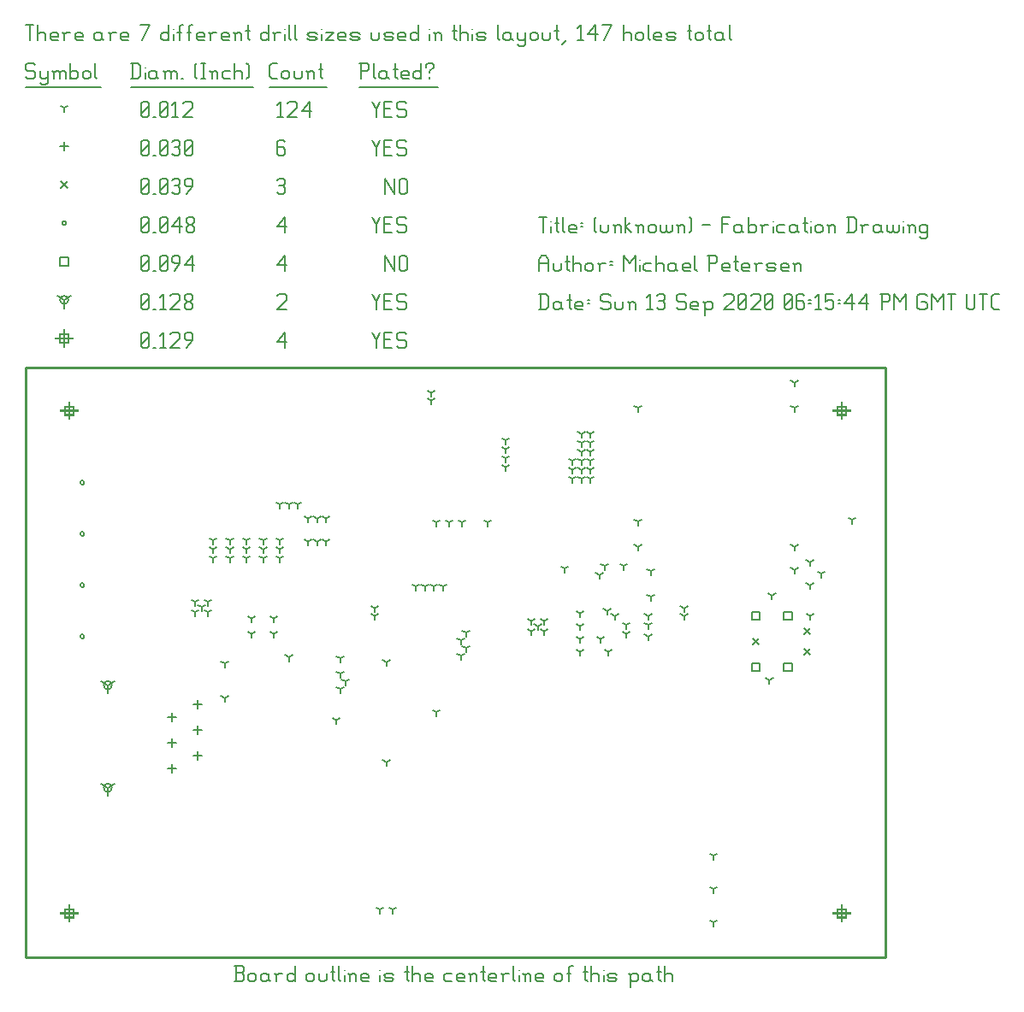
<source format=gbr>
G04 start of page 13 for group -3984 idx -3984 *
G04 Title: (unknown), fab *
G04 Creator: pcb 20140316 *
G04 CreationDate: Sun 13 Sep 2020 06:15:44 PM GMT UTC *
G04 For: railfan *
G04 Format: Gerber/RS-274X *
G04 PCB-Dimensions (mil): 3350.00 2300.00 *
G04 PCB-Coordinate-Origin: lower left *
%MOIN*%
%FSLAX25Y25*%
%LNFAB*%
%ADD120C,0.0100*%
%ADD119C,0.0075*%
%ADD118C,0.0060*%
%ADD117R,0.0080X0.0080*%
G54D117*X17000Y20200D02*Y13800D01*
X13800Y17000D02*X20200D01*
X15400Y18600D02*X18600D01*
X15400D02*Y15400D01*
X18600D01*
Y18600D02*Y15400D01*
X17000Y216200D02*Y209800D01*
X13800Y213000D02*X20200D01*
X15400Y214600D02*X18600D01*
X15400D02*Y211400D01*
X18600D01*
Y214600D02*Y211400D01*
X318000Y216200D02*Y209800D01*
X314800Y213000D02*X321200D01*
X316400Y214600D02*X319600D01*
X316400D02*Y211400D01*
X319600D01*
Y214600D02*Y211400D01*
X318000Y20200D02*Y13800D01*
X314800Y17000D02*X321200D01*
X316400Y18600D02*X319600D01*
X316400D02*Y15400D01*
X319600D01*
Y18600D02*Y15400D01*
X15000Y244450D02*Y238050D01*
X11800Y241250D02*X18200D01*
X13400Y242850D02*X16600D01*
X13400D02*Y239650D01*
X16600D01*
Y242850D02*Y239650D01*
G54D118*X135000Y243500D02*X136500Y240500D01*
X138000Y243500D01*
X136500Y240500D02*Y237500D01*
X139800Y240800D02*X142050D01*
X139800Y237500D02*X142800D01*
X139800Y243500D02*Y237500D01*
Y243500D02*X142800D01*
X147600D02*X148350Y242750D01*
X145350Y243500D02*X147600D01*
X144600Y242750D02*X145350Y243500D01*
X144600Y242750D02*Y241250D01*
X145350Y240500D01*
X147600D01*
X148350Y239750D01*
Y238250D01*
X147600Y237500D02*X148350Y238250D01*
X145350Y237500D02*X147600D01*
X144600Y238250D02*X145350Y237500D01*
X98000Y239750D02*X101000Y243500D01*
X98000Y239750D02*X101750D01*
X101000Y243500D02*Y237500D01*
X45000Y238250D02*X45750Y237500D01*
X45000Y242750D02*Y238250D01*
Y242750D02*X45750Y243500D01*
X47250D01*
X48000Y242750D01*
Y238250D01*
X47250Y237500D02*X48000Y238250D01*
X45750Y237500D02*X47250D01*
X45000Y239000D02*X48000Y242000D01*
X49800Y237500D02*X50550D01*
X52350Y242300D02*X53550Y243500D01*
Y237500D01*
X52350D02*X54600D01*
X56400Y242750D02*X57150Y243500D01*
X59400D01*
X60150Y242750D01*
Y241250D01*
X56400Y237500D02*X60150Y241250D01*
X56400Y237500D02*X60150D01*
X62700D02*X64950Y240500D01*
Y242750D02*Y240500D01*
X64200Y243500D02*X64950Y242750D01*
X62700Y243500D02*X64200D01*
X61950Y242750D02*X62700Y243500D01*
X61950Y242750D02*Y241250D01*
X62700Y240500D01*
X64950D01*
X32000Y106000D02*Y102800D01*
Y106000D02*X34773Y107600D01*
X32000Y106000D02*X29227Y107600D01*
X30400Y106000D02*G75*G03X33600Y106000I1600J0D01*G01*
G75*G03X30400Y106000I-1600J0D01*G01*
X32000Y66000D02*Y62800D01*
Y66000D02*X34773Y67600D01*
X32000Y66000D02*X29227Y67600D01*
X30400Y66000D02*G75*G03X33600Y66000I1600J0D01*G01*
G75*G03X30400Y66000I-1600J0D01*G01*
X15000Y256250D02*Y253050D01*
Y256250D02*X17773Y257850D01*
X15000Y256250D02*X12227Y257850D01*
X13400Y256250D02*G75*G03X16600Y256250I1600J0D01*G01*
G75*G03X13400Y256250I-1600J0D01*G01*
X135000Y258500D02*X136500Y255500D01*
X138000Y258500D01*
X136500Y255500D02*Y252500D01*
X139800Y255800D02*X142050D01*
X139800Y252500D02*X142800D01*
X139800Y258500D02*Y252500D01*
Y258500D02*X142800D01*
X147600D02*X148350Y257750D01*
X145350Y258500D02*X147600D01*
X144600Y257750D02*X145350Y258500D01*
X144600Y257750D02*Y256250D01*
X145350Y255500D01*
X147600D01*
X148350Y254750D01*
Y253250D01*
X147600Y252500D02*X148350Y253250D01*
X145350Y252500D02*X147600D01*
X144600Y253250D02*X145350Y252500D01*
X98000Y257750D02*X98750Y258500D01*
X101000D01*
X101750Y257750D01*
Y256250D01*
X98000Y252500D02*X101750Y256250D01*
X98000Y252500D02*X101750D01*
X45000Y253250D02*X45750Y252500D01*
X45000Y257750D02*Y253250D01*
Y257750D02*X45750Y258500D01*
X47250D01*
X48000Y257750D01*
Y253250D01*
X47250Y252500D02*X48000Y253250D01*
X45750Y252500D02*X47250D01*
X45000Y254000D02*X48000Y257000D01*
X49800Y252500D02*X50550D01*
X52350Y257300D02*X53550Y258500D01*
Y252500D01*
X52350D02*X54600D01*
X56400Y257750D02*X57150Y258500D01*
X59400D01*
X60150Y257750D01*
Y256250D01*
X56400Y252500D02*X60150Y256250D01*
X56400Y252500D02*X60150D01*
X61950Y253250D02*X62700Y252500D01*
X61950Y254450D02*Y253250D01*
Y254450D02*X63000Y255500D01*
X63900D01*
X64950Y254450D01*
Y253250D01*
X64200Y252500D02*X64950Y253250D01*
X62700Y252500D02*X64200D01*
X61950Y256550D02*X63000Y255500D01*
X61950Y257750D02*Y256550D01*
Y257750D02*X62700Y258500D01*
X64200D01*
X64950Y257750D01*
Y256550D01*
X63900Y255500D02*X64950Y256550D01*
X282900Y134600D02*X286100D01*
X282900D02*Y131400D01*
X286100D01*
Y134600D02*Y131400D01*
X295400Y134600D02*X298600D01*
X295400D02*Y131400D01*
X298600D01*
Y134600D02*Y131400D01*
X295400Y114600D02*X298600D01*
X295400D02*Y111400D01*
X298600D01*
Y114600D02*Y111400D01*
X282900Y114600D02*X286100D01*
X282900D02*Y111400D01*
X286100D01*
Y114600D02*Y111400D01*
X13400Y272850D02*X16600D01*
X13400D02*Y269650D01*
X16600D01*
Y272850D02*Y269650D01*
X140000Y273500D02*Y267500D01*
Y273500D02*X143750Y267500D01*
Y273500D02*Y267500D01*
X145550Y272750D02*Y268250D01*
Y272750D02*X146300Y273500D01*
X147800D01*
X148550Y272750D01*
Y268250D01*
X147800Y267500D02*X148550Y268250D01*
X146300Y267500D02*X147800D01*
X145550Y268250D02*X146300Y267500D01*
X98000Y269750D02*X101000Y273500D01*
X98000Y269750D02*X101750D01*
X101000Y273500D02*Y267500D01*
X45000Y268250D02*X45750Y267500D01*
X45000Y272750D02*Y268250D01*
Y272750D02*X45750Y273500D01*
X47250D01*
X48000Y272750D01*
Y268250D01*
X47250Y267500D02*X48000Y268250D01*
X45750Y267500D02*X47250D01*
X45000Y269000D02*X48000Y272000D01*
X49800Y267500D02*X50550D01*
X52350Y268250D02*X53100Y267500D01*
X52350Y272750D02*Y268250D01*
Y272750D02*X53100Y273500D01*
X54600D01*
X55350Y272750D01*
Y268250D01*
X54600Y267500D02*X55350Y268250D01*
X53100Y267500D02*X54600D01*
X52350Y269000D02*X55350Y272000D01*
X57900Y267500D02*X60150Y270500D01*
Y272750D02*Y270500D01*
X59400Y273500D02*X60150Y272750D01*
X57900Y273500D02*X59400D01*
X57150Y272750D02*X57900Y273500D01*
X57150Y272750D02*Y271250D01*
X57900Y270500D01*
X60150D01*
X61950Y269750D02*X64950Y273500D01*
X61950Y269750D02*X65700D01*
X64950Y273500D02*Y267500D01*
X21200Y145000D02*G75*G03X22800Y145000I800J0D01*G01*
G75*G03X21200Y145000I-800J0D01*G01*
Y125000D02*G75*G03X22800Y125000I800J0D01*G01*
G75*G03X21200Y125000I-800J0D01*G01*
Y185000D02*G75*G03X22800Y185000I800J0D01*G01*
G75*G03X21200Y185000I-800J0D01*G01*
Y165000D02*G75*G03X22800Y165000I800J0D01*G01*
G75*G03X21200Y165000I-800J0D01*G01*
X14200Y286250D02*G75*G03X15800Y286250I800J0D01*G01*
G75*G03X14200Y286250I-800J0D01*G01*
X135000Y288500D02*X136500Y285500D01*
X138000Y288500D01*
X136500Y285500D02*Y282500D01*
X139800Y285800D02*X142050D01*
X139800Y282500D02*X142800D01*
X139800Y288500D02*Y282500D01*
Y288500D02*X142800D01*
X147600D02*X148350Y287750D01*
X145350Y288500D02*X147600D01*
X144600Y287750D02*X145350Y288500D01*
X144600Y287750D02*Y286250D01*
X145350Y285500D01*
X147600D01*
X148350Y284750D01*
Y283250D01*
X147600Y282500D02*X148350Y283250D01*
X145350Y282500D02*X147600D01*
X144600Y283250D02*X145350Y282500D01*
X98000Y284750D02*X101000Y288500D01*
X98000Y284750D02*X101750D01*
X101000Y288500D02*Y282500D01*
X45000Y283250D02*X45750Y282500D01*
X45000Y287750D02*Y283250D01*
Y287750D02*X45750Y288500D01*
X47250D01*
X48000Y287750D01*
Y283250D01*
X47250Y282500D02*X48000Y283250D01*
X45750Y282500D02*X47250D01*
X45000Y284000D02*X48000Y287000D01*
X49800Y282500D02*X50550D01*
X52350Y283250D02*X53100Y282500D01*
X52350Y287750D02*Y283250D01*
Y287750D02*X53100Y288500D01*
X54600D01*
X55350Y287750D01*
Y283250D01*
X54600Y282500D02*X55350Y283250D01*
X53100Y282500D02*X54600D01*
X52350Y284000D02*X55350Y287000D01*
X57150Y284750D02*X60150Y288500D01*
X57150Y284750D02*X60900D01*
X60150Y288500D02*Y282500D01*
X62700Y283250D02*X63450Y282500D01*
X62700Y284450D02*Y283250D01*
Y284450D02*X63750Y285500D01*
X64650D01*
X65700Y284450D01*
Y283250D01*
X64950Y282500D02*X65700Y283250D01*
X63450Y282500D02*X64950D01*
X62700Y286550D02*X63750Y285500D01*
X62700Y287750D02*Y286550D01*
Y287750D02*X63450Y288500D01*
X64950D01*
X65700Y287750D01*
Y286550D01*
X64650Y285500D02*X65700Y286550D01*
X283300Y124200D02*X285700Y121800D01*
X283300D02*X285700Y124200D01*
X303300Y128200D02*X305700Y125800D01*
X303300D02*X305700Y128200D01*
X303300Y120200D02*X305700Y117800D01*
X303300D02*X305700Y120200D01*
X13800Y302450D02*X16200Y300050D01*
X13800D02*X16200Y302450D01*
X140000Y303500D02*Y297500D01*
Y303500D02*X143750Y297500D01*
Y303500D02*Y297500D01*
X145550Y302750D02*Y298250D01*
Y302750D02*X146300Y303500D01*
X147800D01*
X148550Y302750D01*
Y298250D01*
X147800Y297500D02*X148550Y298250D01*
X146300Y297500D02*X147800D01*
X145550Y298250D02*X146300Y297500D01*
X98000Y302750D02*X98750Y303500D01*
X100250D01*
X101000Y302750D01*
X100250Y297500D02*X101000Y298250D01*
X98750Y297500D02*X100250D01*
X98000Y298250D02*X98750Y297500D01*
Y300800D02*X100250D01*
X101000Y302750D02*Y301550D01*
Y300050D02*Y298250D01*
Y300050D02*X100250Y300800D01*
X101000Y301550D02*X100250Y300800D01*
X45000Y298250D02*X45750Y297500D01*
X45000Y302750D02*Y298250D01*
Y302750D02*X45750Y303500D01*
X47250D01*
X48000Y302750D01*
Y298250D01*
X47250Y297500D02*X48000Y298250D01*
X45750Y297500D02*X47250D01*
X45000Y299000D02*X48000Y302000D01*
X49800Y297500D02*X50550D01*
X52350Y298250D02*X53100Y297500D01*
X52350Y302750D02*Y298250D01*
Y302750D02*X53100Y303500D01*
X54600D01*
X55350Y302750D01*
Y298250D01*
X54600Y297500D02*X55350Y298250D01*
X53100Y297500D02*X54600D01*
X52350Y299000D02*X55350Y302000D01*
X57150Y302750D02*X57900Y303500D01*
X59400D01*
X60150Y302750D01*
X59400Y297500D02*X60150Y298250D01*
X57900Y297500D02*X59400D01*
X57150Y298250D02*X57900Y297500D01*
Y300800D02*X59400D01*
X60150Y302750D02*Y301550D01*
Y300050D02*Y298250D01*
Y300050D02*X59400Y300800D01*
X60150Y301550D02*X59400Y300800D01*
X62700Y297500D02*X64950Y300500D01*
Y302750D02*Y300500D01*
X64200Y303500D02*X64950Y302750D01*
X62700Y303500D02*X64200D01*
X61950Y302750D02*X62700Y303500D01*
X61950Y302750D02*Y301250D01*
X62700Y300500D01*
X64950D01*
X67000Y100100D02*Y96900D01*
X65400Y98500D02*X68600D01*
X57000Y95100D02*Y91900D01*
X55400Y93500D02*X58600D01*
X67000Y90100D02*Y86900D01*
X65400Y88500D02*X68600D01*
X57000Y85100D02*Y81900D01*
X55400Y83500D02*X58600D01*
X67000Y80100D02*Y76900D01*
X65400Y78500D02*X68600D01*
X57000Y75100D02*Y71900D01*
X55400Y73500D02*X58600D01*
X15000Y317850D02*Y314650D01*
X13400Y316250D02*X16600D01*
X135000Y318500D02*X136500Y315500D01*
X138000Y318500D01*
X136500Y315500D02*Y312500D01*
X139800Y315800D02*X142050D01*
X139800Y312500D02*X142800D01*
X139800Y318500D02*Y312500D01*
Y318500D02*X142800D01*
X147600D02*X148350Y317750D01*
X145350Y318500D02*X147600D01*
X144600Y317750D02*X145350Y318500D01*
X144600Y317750D02*Y316250D01*
X145350Y315500D01*
X147600D01*
X148350Y314750D01*
Y313250D01*
X147600Y312500D02*X148350Y313250D01*
X145350Y312500D02*X147600D01*
X144600Y313250D02*X145350Y312500D01*
X100250Y318500D02*X101000Y317750D01*
X98750Y318500D02*X100250D01*
X98000Y317750D02*X98750Y318500D01*
X98000Y317750D02*Y313250D01*
X98750Y312500D01*
X100250Y315800D02*X101000Y315050D01*
X98000Y315800D02*X100250D01*
X98750Y312500D02*X100250D01*
X101000Y313250D01*
Y315050D02*Y313250D01*
X45000D02*X45750Y312500D01*
X45000Y317750D02*Y313250D01*
Y317750D02*X45750Y318500D01*
X47250D01*
X48000Y317750D01*
Y313250D01*
X47250Y312500D02*X48000Y313250D01*
X45750Y312500D02*X47250D01*
X45000Y314000D02*X48000Y317000D01*
X49800Y312500D02*X50550D01*
X52350Y313250D02*X53100Y312500D01*
X52350Y317750D02*Y313250D01*
Y317750D02*X53100Y318500D01*
X54600D01*
X55350Y317750D01*
Y313250D01*
X54600Y312500D02*X55350Y313250D01*
X53100Y312500D02*X54600D01*
X52350Y314000D02*X55350Y317000D01*
X57150Y317750D02*X57900Y318500D01*
X59400D01*
X60150Y317750D01*
X59400Y312500D02*X60150Y313250D01*
X57900Y312500D02*X59400D01*
X57150Y313250D02*X57900Y312500D01*
Y315800D02*X59400D01*
X60150Y317750D02*Y316550D01*
Y315050D02*Y313250D01*
Y315050D02*X59400Y315800D01*
X60150Y316550D02*X59400Y315800D01*
X61950Y313250D02*X62700Y312500D01*
X61950Y317750D02*Y313250D01*
Y317750D02*X62700Y318500D01*
X64200D01*
X64950Y317750D01*
Y313250D01*
X64200Y312500D02*X64950Y313250D01*
X62700Y312500D02*X64200D01*
X61950Y314000D02*X64950Y317000D01*
X158000Y220000D02*Y218400D01*
Y220000D02*X159387Y220800D01*
X158000Y220000D02*X156613Y220800D01*
X158000Y217000D02*Y215400D01*
Y217000D02*X159387Y217800D01*
X158000Y217000D02*X156613Y217800D01*
X140500Y115000D02*Y113400D01*
Y115000D02*X141887Y115800D01*
X140500Y115000D02*X139113Y115800D01*
X121000Y92351D02*Y90751D01*
Y92351D02*X122387Y93151D01*
X121000Y92351D02*X119613Y93151D01*
X160000Y95500D02*Y93900D01*
Y95500D02*X161387Y96300D01*
X160000Y95500D02*X158613Y96300D01*
X140500Y76000D02*Y74400D01*
Y76000D02*X141887Y76800D01*
X140500Y76000D02*X139113Y76800D01*
X138000Y18500D02*Y16900D01*
Y18500D02*X139387Y19300D01*
X138000Y18500D02*X136613Y19300D01*
X143000Y18500D02*Y16900D01*
Y18500D02*X144387Y19300D01*
X143000Y18500D02*X141613Y19300D01*
X136000Y133000D02*Y131400D01*
Y133000D02*X137387Y133800D01*
X136000Y133000D02*X134613Y133800D01*
X136000Y136000D02*Y134400D01*
Y136000D02*X137387Y136800D01*
X136000Y136000D02*X134613Y136800D01*
X152000Y144500D02*Y142900D01*
Y144500D02*X153387Y145300D01*
X152000Y144500D02*X150613Y145300D01*
X155500Y144500D02*Y142900D01*
Y144500D02*X156887Y145300D01*
X155500Y144500D02*X154113Y145300D01*
X159000Y144500D02*Y142900D01*
Y144500D02*X160387Y145300D01*
X159000Y144500D02*X157613Y145300D01*
X162500Y144500D02*Y142900D01*
Y144500D02*X163887Y145300D01*
X162500Y144500D02*X161113Y145300D01*
X122500Y110500D02*Y108900D01*
Y110500D02*X123887Y111300D01*
X122500Y110500D02*X121113Y111300D01*
X124500Y107500D02*Y105900D01*
Y107500D02*X125887Y108300D01*
X124500Y107500D02*X123113Y108300D01*
X122500Y104500D02*Y102900D01*
Y104500D02*X123887Y105300D01*
X122500Y104500D02*X121113Y105300D01*
X122500Y116500D02*Y114900D01*
Y116500D02*X123887Y117300D01*
X122500Y116500D02*X121113Y117300D01*
X73000Y162500D02*Y160900D01*
Y162500D02*X74387Y163300D01*
X73000Y162500D02*X71613Y163300D01*
X73000Y159000D02*Y157400D01*
Y159000D02*X74387Y159800D01*
X73000Y159000D02*X71613Y159800D01*
X73000Y155500D02*Y153900D01*
Y155500D02*X74387Y156300D01*
X73000Y155500D02*X71613Y156300D01*
X77500Y114500D02*Y112900D01*
Y114500D02*X78887Y115300D01*
X77500Y114500D02*X76113Y115300D01*
X77500Y101000D02*Y99400D01*
Y101000D02*X78887Y101800D01*
X77500Y101000D02*X76113Y101800D01*
X88000Y126000D02*Y124400D01*
Y126000D02*X89387Y126800D01*
X88000Y126000D02*X86613Y126800D01*
X88000Y132000D02*Y130400D01*
Y132000D02*X89387Y132800D01*
X88000Y132000D02*X86613Y132800D01*
X96575Y132000D02*Y130400D01*
Y132000D02*X97962Y132800D01*
X96575Y132000D02*X95188Y132800D01*
X216000Y134000D02*Y132400D01*
Y134000D02*X217387Y134800D01*
X216000Y134000D02*X214613Y134800D01*
X216000Y129000D02*Y127400D01*
Y129000D02*X217387Y129800D01*
X216000Y129000D02*X214613Y129800D01*
X216000Y124000D02*Y122400D01*
Y124000D02*X217387Y124800D01*
X216000Y124000D02*X214613Y124800D01*
X216000Y119000D02*Y117400D01*
Y119000D02*X217387Y119800D01*
X216000Y119000D02*X214613Y119800D01*
X227000Y119000D02*Y117400D01*
Y119000D02*X228387Y119800D01*
X227000Y119000D02*X225613Y119800D01*
X224000Y124000D02*Y122400D01*
Y124000D02*X225387Y124800D01*
X224000Y124000D02*X222613Y124800D01*
X199500Y129000D02*Y127400D01*
Y129000D02*X200887Y129800D01*
X199500Y129000D02*X198113Y129800D01*
X202000Y131000D02*Y129400D01*
Y131000D02*X203387Y131800D01*
X202000Y131000D02*X200613Y131800D01*
X202000Y127000D02*Y125400D01*
Y127000D02*X203387Y127800D01*
X202000Y127000D02*X200613Y127800D01*
X197000Y127000D02*Y125400D01*
Y127000D02*X198387Y127800D01*
X197000Y127000D02*X195613Y127800D01*
X197000Y131000D02*Y129400D01*
Y131000D02*X198387Y131800D01*
X197000Y131000D02*X195613Y131800D01*
X68500Y136500D02*Y134900D01*
Y136500D02*X69887Y137300D01*
X68500Y136500D02*X67113Y137300D01*
X71000Y138500D02*Y136900D01*
Y138500D02*X72387Y139300D01*
X71000Y138500D02*X69613Y139300D01*
X71000Y134500D02*Y132900D01*
Y134500D02*X72387Y135300D01*
X71000Y134500D02*X69613Y135300D01*
X66000Y134500D02*Y132900D01*
Y134500D02*X67387Y135300D01*
X66000Y134500D02*X64613Y135300D01*
X66000Y138500D02*Y136900D01*
Y138500D02*X67387Y139300D01*
X66000Y138500D02*X64613Y139300D01*
X96575Y126000D02*Y124400D01*
Y126000D02*X97962Y126800D01*
X96575Y126000D02*X95188Y126800D01*
X169500Y117500D02*Y115900D01*
Y117500D02*X170887Y118300D01*
X169500Y117500D02*X168113Y118300D01*
X169500Y123500D02*Y121900D01*
Y123500D02*X170887Y124300D01*
X169500Y123500D02*X168113Y124300D01*
X171500Y120500D02*Y118900D01*
Y120500D02*X172887Y121300D01*
X171500Y120500D02*X170113Y121300D01*
X171500Y126500D02*Y124900D01*
Y126500D02*X172887Y127300D01*
X171500Y126500D02*X170113Y127300D01*
X160000Y169500D02*Y167900D01*
Y169500D02*X161387Y170300D01*
X160000Y169500D02*X158613Y170300D01*
X170000Y169500D02*Y167900D01*
Y169500D02*X171387Y170300D01*
X170000Y169500D02*X168613Y170300D01*
X180000Y169500D02*Y167900D01*
Y169500D02*X181387Y170300D01*
X180000Y169500D02*X178613Y170300D01*
X165000Y169500D02*Y167900D01*
Y169500D02*X166387Y170300D01*
X165000Y169500D02*X163613Y170300D01*
X187000Y201500D02*Y199900D01*
Y201500D02*X188387Y202300D01*
X187000Y201500D02*X185613Y202300D01*
X187000Y198000D02*Y196400D01*
Y198000D02*X188387Y198800D01*
X187000Y198000D02*X185613Y198800D01*
X187000Y194500D02*Y192900D01*
Y194500D02*X188387Y195300D01*
X187000Y194500D02*X185613Y195300D01*
X187000Y191000D02*Y189400D01*
Y191000D02*X188387Y191800D01*
X187000Y191000D02*X185613Y191800D01*
X268000Y13500D02*Y11900D01*
Y13500D02*X269387Y14300D01*
X268000Y13500D02*X266613Y14300D01*
X268000Y26500D02*Y24900D01*
Y26500D02*X269387Y27300D01*
X268000Y26500D02*X266613Y27300D01*
X268000Y39500D02*Y37900D01*
Y39500D02*X269387Y40300D01*
X268000Y39500D02*X266613Y40300D01*
X220000Y204000D02*Y202400D01*
Y204000D02*X221387Y204800D01*
X220000Y204000D02*X218613Y204800D01*
X216500Y204000D02*Y202400D01*
Y204000D02*X217887Y204800D01*
X216500Y204000D02*X215113Y204800D01*
X216500Y200500D02*Y198900D01*
Y200500D02*X217887Y201300D01*
X216500Y200500D02*X215113Y201300D01*
X220000Y200500D02*Y198900D01*
Y200500D02*X221387Y201300D01*
X220000Y200500D02*X218613Y201300D01*
X216500Y197000D02*Y195400D01*
Y197000D02*X217887Y197800D01*
X216500Y197000D02*X215113Y197800D01*
X220000Y197000D02*Y195400D01*
Y197000D02*X221387Y197800D01*
X220000Y197000D02*X218613Y197800D01*
X220000Y193500D02*Y191900D01*
Y193500D02*X221387Y194300D01*
X220000Y193500D02*X218613Y194300D01*
X216500Y193500D02*Y191900D01*
Y193500D02*X217887Y194300D01*
X216500Y193500D02*X215113Y194300D01*
X216500Y190000D02*Y188400D01*
Y190000D02*X217887Y190800D01*
X216500Y190000D02*X215113Y190800D01*
X220000Y190000D02*Y188400D01*
Y190000D02*X221387Y190800D01*
X220000Y190000D02*X218613Y190800D01*
X220000Y186500D02*Y184900D01*
Y186500D02*X221387Y187300D01*
X220000Y186500D02*X218613Y187300D01*
X216500Y186500D02*Y184900D01*
Y186500D02*X217887Y187300D01*
X216500Y186500D02*X215113Y187300D01*
X213000Y193500D02*Y191900D01*
Y193500D02*X214387Y194300D01*
X213000Y193500D02*X211613Y194300D01*
X213000Y190000D02*Y188400D01*
Y190000D02*X214387Y190800D01*
X213000Y190000D02*X211613Y190800D01*
X213000Y186500D02*Y184900D01*
Y186500D02*X214387Y187300D01*
X213000Y186500D02*X211613Y187300D01*
X238500Y169854D02*Y168254D01*
Y169854D02*X239887Y170654D01*
X238500Y169854D02*X237113Y170654D01*
X238500Y160012D02*Y158412D01*
Y160012D02*X239887Y160812D01*
X238500Y160012D02*X237113Y160812D01*
X238500Y214146D02*Y212546D01*
Y214146D02*X239887Y214946D01*
X238500Y214146D02*X237113Y214946D01*
X299500Y223988D02*Y222388D01*
Y223988D02*X300887Y224788D01*
X299500Y223988D02*X298113Y224788D01*
X299500Y214146D02*Y212546D01*
Y214146D02*X300887Y214946D01*
X299500Y214146D02*X298113Y214946D01*
X299500Y160012D02*Y158412D01*
Y160012D02*X300887Y160812D01*
X299500Y160012D02*X298113Y160812D01*
X305500Y154000D02*Y152400D01*
Y154000D02*X306887Y154800D01*
X305500Y154000D02*X304113Y154800D01*
X210000Y151500D02*Y149900D01*
Y151500D02*X211387Y152300D01*
X210000Y151500D02*X208613Y152300D01*
X234000Y129500D02*Y127900D01*
Y129500D02*X235387Y130300D01*
X234000Y129500D02*X232613Y130300D01*
X242500Y133000D02*Y131400D01*
Y133000D02*X243887Y133800D01*
X242500Y133000D02*X241113Y133800D01*
X242500Y129500D02*Y127900D01*
Y129500D02*X243887Y130300D01*
X242500Y129500D02*X241113Y130300D01*
X226500Y135000D02*Y133400D01*
Y135000D02*X227887Y135800D01*
X226500Y135000D02*X225113Y135800D01*
X223500Y149000D02*Y147400D01*
Y149000D02*X224887Y149800D01*
X223500Y149000D02*X222113Y149800D01*
X242500Y125000D02*Y123400D01*
Y125000D02*X243887Y125800D01*
X242500Y125000D02*X241113Y125800D01*
X243500Y140500D02*Y138900D01*
Y140500D02*X244887Y141300D01*
X243500Y140500D02*X242113Y141300D01*
X243500Y150500D02*Y148900D01*
Y150500D02*X244887Y151300D01*
X243500Y150500D02*X242113Y151300D01*
X322000Y170500D02*Y168900D01*
Y170500D02*X323387Y171300D01*
X322000Y170500D02*X320613Y171300D01*
X299500Y151000D02*Y149400D01*
Y151000D02*X300887Y151800D01*
X299500Y151000D02*X298113Y151800D01*
X310000Y149500D02*Y147900D01*
Y149500D02*X311387Y150300D01*
X310000Y149500D02*X308613Y150300D01*
X305500Y145000D02*Y143400D01*
Y145000D02*X306887Y145800D01*
X305500Y145000D02*X304113Y145800D01*
X305700Y133000D02*Y131400D01*
Y133000D02*X307087Y133800D01*
X305700Y133000D02*X304313Y133800D01*
X290800Y141000D02*Y139400D01*
Y141000D02*X292187Y141800D01*
X290800Y141000D02*X289413Y141800D01*
X225500Y152500D02*Y150900D01*
Y152500D02*X226887Y153300D01*
X225500Y152500D02*X224113Y153300D01*
X233000Y152500D02*Y150900D01*
Y152500D02*X234387Y153300D01*
X233000Y152500D02*X231613Y153300D01*
X229500Y133000D02*Y131400D01*
Y133000D02*X230887Y133800D01*
X229500Y133000D02*X228113Y133800D01*
X256500Y136000D02*Y134400D01*
Y136000D02*X257887Y136800D01*
X256500Y136000D02*X255113Y136800D01*
X256500Y133000D02*Y131400D01*
Y133000D02*X257887Y133800D01*
X256500Y133000D02*X255113Y133800D01*
X234000Y126000D02*Y124400D01*
Y126000D02*X235387Y126800D01*
X234000Y126000D02*X232613Y126800D01*
X289800Y108000D02*Y106400D01*
Y108000D02*X291187Y108800D01*
X289800Y108000D02*X288413Y108800D01*
X102500Y116925D02*Y115325D01*
Y116925D02*X103887Y117725D01*
X102500Y116925D02*X101113Y117725D01*
X79500Y162500D02*Y160900D01*
Y162500D02*X80887Y163300D01*
X79500Y162500D02*X78113Y163300D01*
X79500Y159000D02*Y157400D01*
Y159000D02*X80887Y159800D01*
X79500Y159000D02*X78113Y159800D01*
X79500Y155500D02*Y153900D01*
Y155500D02*X80887Y156300D01*
X79500Y155500D02*X78113Y156300D01*
X86000Y162500D02*Y160900D01*
Y162500D02*X87387Y163300D01*
X86000Y162500D02*X84613Y163300D01*
X86000Y159000D02*Y157400D01*
Y159000D02*X87387Y159800D01*
X86000Y159000D02*X84613Y159800D01*
X86000Y155500D02*Y153900D01*
Y155500D02*X87387Y156300D01*
X86000Y155500D02*X84613Y156300D01*
X92500Y162500D02*Y160900D01*
Y162500D02*X93887Y163300D01*
X92500Y162500D02*X91113Y163300D01*
X92500Y159000D02*Y157400D01*
Y159000D02*X93887Y159800D01*
X92500Y159000D02*X91113Y159800D01*
X92500Y155500D02*Y153900D01*
Y155500D02*X93887Y156300D01*
X92500Y155500D02*X91113Y156300D01*
X99000Y162500D02*Y160900D01*
Y162500D02*X100387Y163300D01*
X99000Y162500D02*X97613Y163300D01*
X99000Y159000D02*Y157400D01*
Y159000D02*X100387Y159800D01*
X99000Y159000D02*X97613Y159800D01*
X99000Y155500D02*Y153900D01*
Y155500D02*X100387Y156300D01*
X99000Y155500D02*X97613Y156300D01*
X110000Y171000D02*Y169400D01*
Y171000D02*X111387Y171800D01*
X110000Y171000D02*X108613Y171800D01*
X113500Y171000D02*Y169400D01*
Y171000D02*X114887Y171800D01*
X113500Y171000D02*X112113Y171800D01*
X117000Y171000D02*Y169400D01*
Y171000D02*X118387Y171800D01*
X117000Y171000D02*X115613Y171800D01*
X110000Y162000D02*Y160400D01*
Y162000D02*X111387Y162800D01*
X110000Y162000D02*X108613Y162800D01*
X113500Y162000D02*Y160400D01*
Y162000D02*X114887Y162800D01*
X113500Y162000D02*X112113Y162800D01*
X117000Y162000D02*Y160400D01*
Y162000D02*X118387Y162800D01*
X117000Y162000D02*X115613Y162800D01*
X99000Y176500D02*Y174900D01*
Y176500D02*X100387Y177300D01*
X99000Y176500D02*X97613Y177300D01*
X102500Y176500D02*Y174900D01*
Y176500D02*X103887Y177300D01*
X102500Y176500D02*X101113Y177300D01*
X106000Y176500D02*Y174900D01*
Y176500D02*X107387Y177300D01*
X106000Y176500D02*X104613Y177300D01*
X15000Y331250D02*Y329650D01*
Y331250D02*X16387Y332050D01*
X15000Y331250D02*X13613Y332050D01*
X135000Y333500D02*X136500Y330500D01*
X138000Y333500D01*
X136500Y330500D02*Y327500D01*
X139800Y330800D02*X142050D01*
X139800Y327500D02*X142800D01*
X139800Y333500D02*Y327500D01*
Y333500D02*X142800D01*
X147600D02*X148350Y332750D01*
X145350Y333500D02*X147600D01*
X144600Y332750D02*X145350Y333500D01*
X144600Y332750D02*Y331250D01*
X145350Y330500D01*
X147600D01*
X148350Y329750D01*
Y328250D01*
X147600Y327500D02*X148350Y328250D01*
X145350Y327500D02*X147600D01*
X144600Y328250D02*X145350Y327500D01*
X98000Y332300D02*X99200Y333500D01*
Y327500D01*
X98000D02*X100250D01*
X102050Y332750D02*X102800Y333500D01*
X105050D01*
X105800Y332750D01*
Y331250D01*
X102050Y327500D02*X105800Y331250D01*
X102050Y327500D02*X105800D01*
X107600Y329750D02*X110600Y333500D01*
X107600Y329750D02*X111350D01*
X110600Y333500D02*Y327500D01*
X45000Y328250D02*X45750Y327500D01*
X45000Y332750D02*Y328250D01*
Y332750D02*X45750Y333500D01*
X47250D01*
X48000Y332750D01*
Y328250D01*
X47250Y327500D02*X48000Y328250D01*
X45750Y327500D02*X47250D01*
X45000Y329000D02*X48000Y332000D01*
X49800Y327500D02*X50550D01*
X52350Y328250D02*X53100Y327500D01*
X52350Y332750D02*Y328250D01*
Y332750D02*X53100Y333500D01*
X54600D01*
X55350Y332750D01*
Y328250D01*
X54600Y327500D02*X55350Y328250D01*
X53100Y327500D02*X54600D01*
X52350Y329000D02*X55350Y332000D01*
X57150Y332300D02*X58350Y333500D01*
Y327500D01*
X57150D02*X59400D01*
X61200Y332750D02*X61950Y333500D01*
X64200D01*
X64950Y332750D01*
Y331250D01*
X61200Y327500D02*X64950Y331250D01*
X61200Y327500D02*X64950D01*
X3000Y348500D02*X3750Y347750D01*
X750Y348500D02*X3000D01*
X0Y347750D02*X750Y348500D01*
X0Y347750D02*Y346250D01*
X750Y345500D01*
X3000D01*
X3750Y344750D01*
Y343250D01*
X3000Y342500D02*X3750Y343250D01*
X750Y342500D02*X3000D01*
X0Y343250D02*X750Y342500D01*
X5550Y345500D02*Y343250D01*
X6300Y342500D01*
X8550Y345500D02*Y341000D01*
X7800Y340250D02*X8550Y341000D01*
X6300Y340250D02*X7800D01*
X5550Y341000D02*X6300Y340250D01*
Y342500D02*X7800D01*
X8550Y343250D01*
X11100Y344750D02*Y342500D01*
Y344750D02*X11850Y345500D01*
X12600D01*
X13350Y344750D01*
Y342500D01*
Y344750D02*X14100Y345500D01*
X14850D01*
X15600Y344750D01*
Y342500D01*
X10350Y345500D02*X11100Y344750D01*
X17400Y348500D02*Y342500D01*
Y343250D02*X18150Y342500D01*
X19650D01*
X20400Y343250D01*
Y344750D02*Y343250D01*
X19650Y345500D02*X20400Y344750D01*
X18150Y345500D02*X19650D01*
X17400Y344750D02*X18150Y345500D01*
X22200Y344750D02*Y343250D01*
Y344750D02*X22950Y345500D01*
X24450D01*
X25200Y344750D01*
Y343250D01*
X24450Y342500D02*X25200Y343250D01*
X22950Y342500D02*X24450D01*
X22200Y343250D02*X22950Y342500D01*
X27000Y348500D02*Y343250D01*
X27750Y342500D01*
X0Y339250D02*X29250D01*
X41750Y348500D02*Y342500D01*
X43700Y348500D02*X44750Y347450D01*
Y343550D01*
X43700Y342500D02*X44750Y343550D01*
X41000Y342500D02*X43700D01*
X41000Y348500D02*X43700D01*
G54D119*X46550Y347000D02*Y346850D01*
G54D118*Y344750D02*Y342500D01*
X50300Y345500D02*X51050Y344750D01*
X48800Y345500D02*X50300D01*
X48050Y344750D02*X48800Y345500D01*
X48050Y344750D02*Y343250D01*
X48800Y342500D01*
X51050Y345500D02*Y343250D01*
X51800Y342500D01*
X48800D02*X50300D01*
X51050Y343250D01*
X54350Y344750D02*Y342500D01*
Y344750D02*X55100Y345500D01*
X55850D01*
X56600Y344750D01*
Y342500D01*
Y344750D02*X57350Y345500D01*
X58100D01*
X58850Y344750D01*
Y342500D01*
X53600Y345500D02*X54350Y344750D01*
X60650Y342500D02*X61400D01*
X65900Y343250D02*X66650Y342500D01*
X65900Y347750D02*X66650Y348500D01*
X65900Y347750D02*Y343250D01*
X68450Y348500D02*X69950D01*
X69200D02*Y342500D01*
X68450D02*X69950D01*
X72500Y344750D02*Y342500D01*
Y344750D02*X73250Y345500D01*
X74000D01*
X74750Y344750D01*
Y342500D01*
X71750Y345500D02*X72500Y344750D01*
X77300Y345500D02*X79550D01*
X76550Y344750D02*X77300Y345500D01*
X76550Y344750D02*Y343250D01*
X77300Y342500D01*
X79550D01*
X81350Y348500D02*Y342500D01*
Y344750D02*X82100Y345500D01*
X83600D01*
X84350Y344750D01*
Y342500D01*
X86150Y348500D02*X86900Y347750D01*
Y343250D01*
X86150Y342500D02*X86900Y343250D01*
X41000Y339250D02*X88700D01*
X96050Y342500D02*X98000D01*
X95000Y343550D02*X96050Y342500D01*
X95000Y347450D02*Y343550D01*
Y347450D02*X96050Y348500D01*
X98000D01*
X99800Y344750D02*Y343250D01*
Y344750D02*X100550Y345500D01*
X102050D01*
X102800Y344750D01*
Y343250D01*
X102050Y342500D02*X102800Y343250D01*
X100550Y342500D02*X102050D01*
X99800Y343250D02*X100550Y342500D01*
X104600Y345500D02*Y343250D01*
X105350Y342500D01*
X106850D01*
X107600Y343250D01*
Y345500D02*Y343250D01*
X110150Y344750D02*Y342500D01*
Y344750D02*X110900Y345500D01*
X111650D01*
X112400Y344750D01*
Y342500D01*
X109400Y345500D02*X110150Y344750D01*
X114950Y348500D02*Y343250D01*
X115700Y342500D01*
X114200Y346250D02*X115700D01*
X95000Y339250D02*X117200D01*
X130750Y348500D02*Y342500D01*
X130000Y348500D02*X133000D01*
X133750Y347750D01*
Y346250D01*
X133000Y345500D02*X133750Y346250D01*
X130750Y345500D02*X133000D01*
X135550Y348500D02*Y343250D01*
X136300Y342500D01*
X140050Y345500D02*X140800Y344750D01*
X138550Y345500D02*X140050D01*
X137800Y344750D02*X138550Y345500D01*
X137800Y344750D02*Y343250D01*
X138550Y342500D01*
X140800Y345500D02*Y343250D01*
X141550Y342500D01*
X138550D02*X140050D01*
X140800Y343250D01*
X144100Y348500D02*Y343250D01*
X144850Y342500D01*
X143350Y346250D02*X144850D01*
X147100Y342500D02*X149350D01*
X146350Y343250D02*X147100Y342500D01*
X146350Y344750D02*Y343250D01*
Y344750D02*X147100Y345500D01*
X148600D01*
X149350Y344750D01*
X146350Y344000D02*X149350D01*
Y344750D02*Y344000D01*
X154150Y348500D02*Y342500D01*
X153400D02*X154150Y343250D01*
X151900Y342500D02*X153400D01*
X151150Y343250D02*X151900Y342500D01*
X151150Y344750D02*Y343250D01*
Y344750D02*X151900Y345500D01*
X153400D01*
X154150Y344750D01*
X157450Y345500D02*Y344750D01*
Y343250D02*Y342500D01*
X155950Y347750D02*Y347000D01*
Y347750D02*X156700Y348500D01*
X158200D01*
X158950Y347750D01*
Y347000D01*
X157450Y345500D02*X158950Y347000D01*
X130000Y339250D02*X160750D01*
X0Y363500D02*X3000D01*
X1500D02*Y357500D01*
X4800Y363500D02*Y357500D01*
Y359750D02*X5550Y360500D01*
X7050D01*
X7800Y359750D01*
Y357500D01*
X10350D02*X12600D01*
X9600Y358250D02*X10350Y357500D01*
X9600Y359750D02*Y358250D01*
Y359750D02*X10350Y360500D01*
X11850D01*
X12600Y359750D01*
X9600Y359000D02*X12600D01*
Y359750D02*Y359000D01*
X15150Y359750D02*Y357500D01*
Y359750D02*X15900Y360500D01*
X17400D01*
X14400D02*X15150Y359750D01*
X19950Y357500D02*X22200D01*
X19200Y358250D02*X19950Y357500D01*
X19200Y359750D02*Y358250D01*
Y359750D02*X19950Y360500D01*
X21450D01*
X22200Y359750D01*
X19200Y359000D02*X22200D01*
Y359750D02*Y359000D01*
X28950Y360500D02*X29700Y359750D01*
X27450Y360500D02*X28950D01*
X26700Y359750D02*X27450Y360500D01*
X26700Y359750D02*Y358250D01*
X27450Y357500D01*
X29700Y360500D02*Y358250D01*
X30450Y357500D01*
X27450D02*X28950D01*
X29700Y358250D01*
X33000Y359750D02*Y357500D01*
Y359750D02*X33750Y360500D01*
X35250D01*
X32250D02*X33000Y359750D01*
X37800Y357500D02*X40050D01*
X37050Y358250D02*X37800Y357500D01*
X37050Y359750D02*Y358250D01*
Y359750D02*X37800Y360500D01*
X39300D01*
X40050Y359750D01*
X37050Y359000D02*X40050D01*
Y359750D02*Y359000D01*
X45300Y357500D02*X48300Y363500D01*
X44550D02*X48300D01*
X55800D02*Y357500D01*
X55050D02*X55800Y358250D01*
X53550Y357500D02*X55050D01*
X52800Y358250D02*X53550Y357500D01*
X52800Y359750D02*Y358250D01*
Y359750D02*X53550Y360500D01*
X55050D01*
X55800Y359750D01*
G54D119*X57600Y362000D02*Y361850D01*
G54D118*Y359750D02*Y357500D01*
X59850Y362750D02*Y357500D01*
Y362750D02*X60600Y363500D01*
X61350D01*
X59100Y360500D02*X60600D01*
X63600Y362750D02*Y357500D01*
Y362750D02*X64350Y363500D01*
X65100D01*
X62850Y360500D02*X64350D01*
X67350Y357500D02*X69600D01*
X66600Y358250D02*X67350Y357500D01*
X66600Y359750D02*Y358250D01*
Y359750D02*X67350Y360500D01*
X68850D01*
X69600Y359750D01*
X66600Y359000D02*X69600D01*
Y359750D02*Y359000D01*
X72150Y359750D02*Y357500D01*
Y359750D02*X72900Y360500D01*
X74400D01*
X71400D02*X72150Y359750D01*
X76950Y357500D02*X79200D01*
X76200Y358250D02*X76950Y357500D01*
X76200Y359750D02*Y358250D01*
Y359750D02*X76950Y360500D01*
X78450D01*
X79200Y359750D01*
X76200Y359000D02*X79200D01*
Y359750D02*Y359000D01*
X81750Y359750D02*Y357500D01*
Y359750D02*X82500Y360500D01*
X83250D01*
X84000Y359750D01*
Y357500D01*
X81000Y360500D02*X81750Y359750D01*
X86550Y363500D02*Y358250D01*
X87300Y357500D01*
X85800Y361250D02*X87300D01*
X94500Y363500D02*Y357500D01*
X93750D02*X94500Y358250D01*
X92250Y357500D02*X93750D01*
X91500Y358250D02*X92250Y357500D01*
X91500Y359750D02*Y358250D01*
Y359750D02*X92250Y360500D01*
X93750D01*
X94500Y359750D01*
X97050D02*Y357500D01*
Y359750D02*X97800Y360500D01*
X99300D01*
X96300D02*X97050Y359750D01*
G54D119*X101100Y362000D02*Y361850D01*
G54D118*Y359750D02*Y357500D01*
X102600Y363500D02*Y358250D01*
X103350Y357500D01*
X104850Y363500D02*Y358250D01*
X105600Y357500D01*
X110550D02*X112800D01*
X113550Y358250D01*
X112800Y359000D02*X113550Y358250D01*
X110550Y359000D02*X112800D01*
X109800Y359750D02*X110550Y359000D01*
X109800Y359750D02*X110550Y360500D01*
X112800D01*
X113550Y359750D01*
X109800Y358250D02*X110550Y357500D01*
G54D119*X115350Y362000D02*Y361850D01*
G54D118*Y359750D02*Y357500D01*
X116850Y360500D02*X119850D01*
X116850Y357500D02*X119850Y360500D01*
X116850Y357500D02*X119850D01*
X122400D02*X124650D01*
X121650Y358250D02*X122400Y357500D01*
X121650Y359750D02*Y358250D01*
Y359750D02*X122400Y360500D01*
X123900D01*
X124650Y359750D01*
X121650Y359000D02*X124650D01*
Y359750D02*Y359000D01*
X127200Y357500D02*X129450D01*
X130200Y358250D01*
X129450Y359000D02*X130200Y358250D01*
X127200Y359000D02*X129450D01*
X126450Y359750D02*X127200Y359000D01*
X126450Y359750D02*X127200Y360500D01*
X129450D01*
X130200Y359750D01*
X126450Y358250D02*X127200Y357500D01*
X134700Y360500D02*Y358250D01*
X135450Y357500D01*
X136950D01*
X137700Y358250D01*
Y360500D02*Y358250D01*
X140250Y357500D02*X142500D01*
X143250Y358250D01*
X142500Y359000D02*X143250Y358250D01*
X140250Y359000D02*X142500D01*
X139500Y359750D02*X140250Y359000D01*
X139500Y359750D02*X140250Y360500D01*
X142500D01*
X143250Y359750D01*
X139500Y358250D02*X140250Y357500D01*
X145800D02*X148050D01*
X145050Y358250D02*X145800Y357500D01*
X145050Y359750D02*Y358250D01*
Y359750D02*X145800Y360500D01*
X147300D01*
X148050Y359750D01*
X145050Y359000D02*X148050D01*
Y359750D02*Y359000D01*
X152850Y363500D02*Y357500D01*
X152100D02*X152850Y358250D01*
X150600Y357500D02*X152100D01*
X149850Y358250D02*X150600Y357500D01*
X149850Y359750D02*Y358250D01*
Y359750D02*X150600Y360500D01*
X152100D01*
X152850Y359750D01*
G54D119*X157350Y362000D02*Y361850D01*
G54D118*Y359750D02*Y357500D01*
X159600Y359750D02*Y357500D01*
Y359750D02*X160350Y360500D01*
X161100D01*
X161850Y359750D01*
Y357500D01*
X158850Y360500D02*X159600Y359750D01*
X167100Y363500D02*Y358250D01*
X167850Y357500D01*
X166350Y361250D02*X167850D01*
X169350Y363500D02*Y357500D01*
Y359750D02*X170100Y360500D01*
X171600D01*
X172350Y359750D01*
Y357500D01*
G54D119*X174150Y362000D02*Y361850D01*
G54D118*Y359750D02*Y357500D01*
X176400D02*X178650D01*
X179400Y358250D01*
X178650Y359000D02*X179400Y358250D01*
X176400Y359000D02*X178650D01*
X175650Y359750D02*X176400Y359000D01*
X175650Y359750D02*X176400Y360500D01*
X178650D01*
X179400Y359750D01*
X175650Y358250D02*X176400Y357500D01*
X183900Y363500D02*Y358250D01*
X184650Y357500D01*
X188400Y360500D02*X189150Y359750D01*
X186900Y360500D02*X188400D01*
X186150Y359750D02*X186900Y360500D01*
X186150Y359750D02*Y358250D01*
X186900Y357500D01*
X189150Y360500D02*Y358250D01*
X189900Y357500D01*
X186900D02*X188400D01*
X189150Y358250D01*
X191700Y360500D02*Y358250D01*
X192450Y357500D01*
X194700Y360500D02*Y356000D01*
X193950Y355250D02*X194700Y356000D01*
X192450Y355250D02*X193950D01*
X191700Y356000D02*X192450Y355250D01*
Y357500D02*X193950D01*
X194700Y358250D01*
X196500Y359750D02*Y358250D01*
Y359750D02*X197250Y360500D01*
X198750D01*
X199500Y359750D01*
Y358250D01*
X198750Y357500D02*X199500Y358250D01*
X197250Y357500D02*X198750D01*
X196500Y358250D02*X197250Y357500D01*
X201300Y360500D02*Y358250D01*
X202050Y357500D01*
X203550D01*
X204300Y358250D01*
Y360500D02*Y358250D01*
X206850Y363500D02*Y358250D01*
X207600Y357500D01*
X206100Y361250D02*X207600D01*
X209100Y356000D02*X210600Y357500D01*
X215100Y362300D02*X216300Y363500D01*
Y357500D01*
X215100D02*X217350D01*
X219150Y359750D02*X222150Y363500D01*
X219150Y359750D02*X222900D01*
X222150Y363500D02*Y357500D01*
X225450D02*X228450Y363500D01*
X224700D02*X228450D01*
X232950D02*Y357500D01*
Y359750D02*X233700Y360500D01*
X235200D01*
X235950Y359750D01*
Y357500D01*
X237750Y359750D02*Y358250D01*
Y359750D02*X238500Y360500D01*
X240000D01*
X240750Y359750D01*
Y358250D01*
X240000Y357500D02*X240750Y358250D01*
X238500Y357500D02*X240000D01*
X237750Y358250D02*X238500Y357500D01*
X242550Y363500D02*Y358250D01*
X243300Y357500D01*
X245550D02*X247800D01*
X244800Y358250D02*X245550Y357500D01*
X244800Y359750D02*Y358250D01*
Y359750D02*X245550Y360500D01*
X247050D01*
X247800Y359750D01*
X244800Y359000D02*X247800D01*
Y359750D02*Y359000D01*
X250350Y357500D02*X252600D01*
X253350Y358250D01*
X252600Y359000D02*X253350Y358250D01*
X250350Y359000D02*X252600D01*
X249600Y359750D02*X250350Y359000D01*
X249600Y359750D02*X250350Y360500D01*
X252600D01*
X253350Y359750D01*
X249600Y358250D02*X250350Y357500D01*
X258600Y363500D02*Y358250D01*
X259350Y357500D01*
X257850Y361250D02*X259350D01*
X260850Y359750D02*Y358250D01*
Y359750D02*X261600Y360500D01*
X263100D01*
X263850Y359750D01*
Y358250D01*
X263100Y357500D02*X263850Y358250D01*
X261600Y357500D02*X263100D01*
X260850Y358250D02*X261600Y357500D01*
X266400Y363500D02*Y358250D01*
X267150Y357500D01*
X265650Y361250D02*X267150D01*
X270900Y360500D02*X271650Y359750D01*
X269400Y360500D02*X270900D01*
X268650Y359750D02*X269400Y360500D01*
X268650Y359750D02*Y358250D01*
X269400Y357500D01*
X271650Y360500D02*Y358250D01*
X272400Y357500D01*
X269400D02*X270900D01*
X271650Y358250D01*
X274200Y363500D02*Y358250D01*
X274950Y357500D01*
G54D120*X335000Y0D02*X0D01*
Y230000D01*
X335000D01*
Y0D01*
G54D118*X81175Y-9500D02*X84175D01*
X84925Y-8750D01*
Y-6950D02*Y-8750D01*
X84175Y-6200D02*X84925Y-6950D01*
X81925Y-6200D02*X84175D01*
X81925Y-3500D02*Y-9500D01*
X81175Y-3500D02*X84175D01*
X84925Y-4250D01*
Y-5450D01*
X84175Y-6200D02*X84925Y-5450D01*
X86725Y-7250D02*Y-8750D01*
Y-7250D02*X87475Y-6500D01*
X88975D01*
X89725Y-7250D01*
Y-8750D01*
X88975Y-9500D02*X89725Y-8750D01*
X87475Y-9500D02*X88975D01*
X86725Y-8750D02*X87475Y-9500D01*
X93775Y-6500D02*X94525Y-7250D01*
X92275Y-6500D02*X93775D01*
X91525Y-7250D02*X92275Y-6500D01*
X91525Y-7250D02*Y-8750D01*
X92275Y-9500D01*
X94525Y-6500D02*Y-8750D01*
X95275Y-9500D01*
X92275D02*X93775D01*
X94525Y-8750D01*
X97825Y-7250D02*Y-9500D01*
Y-7250D02*X98575Y-6500D01*
X100075D01*
X97075D02*X97825Y-7250D01*
X104875Y-3500D02*Y-9500D01*
X104125D02*X104875Y-8750D01*
X102625Y-9500D02*X104125D01*
X101875Y-8750D02*X102625Y-9500D01*
X101875Y-7250D02*Y-8750D01*
Y-7250D02*X102625Y-6500D01*
X104125D01*
X104875Y-7250D01*
X109375D02*Y-8750D01*
Y-7250D02*X110125Y-6500D01*
X111625D01*
X112375Y-7250D01*
Y-8750D01*
X111625Y-9500D02*X112375Y-8750D01*
X110125Y-9500D02*X111625D01*
X109375Y-8750D02*X110125Y-9500D01*
X114175Y-6500D02*Y-8750D01*
X114925Y-9500D01*
X116425D01*
X117175Y-8750D01*
Y-6500D02*Y-8750D01*
X119725Y-3500D02*Y-8750D01*
X120475Y-9500D01*
X118975Y-5750D02*X120475D01*
X121975Y-3500D02*Y-8750D01*
X122725Y-9500D01*
G54D119*X124225Y-5000D02*Y-5150D01*
G54D118*Y-7250D02*Y-9500D01*
X126475Y-7250D02*Y-9500D01*
Y-7250D02*X127225Y-6500D01*
X127975D01*
X128725Y-7250D01*
Y-9500D01*
X125725Y-6500D02*X126475Y-7250D01*
X131275Y-9500D02*X133525D01*
X130525Y-8750D02*X131275Y-9500D01*
X130525Y-7250D02*Y-8750D01*
Y-7250D02*X131275Y-6500D01*
X132775D01*
X133525Y-7250D01*
X130525Y-8000D02*X133525D01*
Y-7250D02*Y-8000D01*
G54D119*X138025Y-5000D02*Y-5150D01*
G54D118*Y-7250D02*Y-9500D01*
X140275D02*X142525D01*
X143275Y-8750D01*
X142525Y-8000D02*X143275Y-8750D01*
X140275Y-8000D02*X142525D01*
X139525Y-7250D02*X140275Y-8000D01*
X139525Y-7250D02*X140275Y-6500D01*
X142525D01*
X143275Y-7250D01*
X139525Y-8750D02*X140275Y-9500D01*
X148525Y-3500D02*Y-8750D01*
X149275Y-9500D01*
X147775Y-5750D02*X149275D01*
X150775Y-3500D02*Y-9500D01*
Y-7250D02*X151525Y-6500D01*
X153025D01*
X153775Y-7250D01*
Y-9500D01*
X156325D02*X158575D01*
X155575Y-8750D02*X156325Y-9500D01*
X155575Y-7250D02*Y-8750D01*
Y-7250D02*X156325Y-6500D01*
X157825D01*
X158575Y-7250D01*
X155575Y-8000D02*X158575D01*
Y-7250D02*Y-8000D01*
X163825Y-6500D02*X166075D01*
X163075Y-7250D02*X163825Y-6500D01*
X163075Y-7250D02*Y-8750D01*
X163825Y-9500D01*
X166075D01*
X168625D02*X170875D01*
X167875Y-8750D02*X168625Y-9500D01*
X167875Y-7250D02*Y-8750D01*
Y-7250D02*X168625Y-6500D01*
X170125D01*
X170875Y-7250D01*
X167875Y-8000D02*X170875D01*
Y-7250D02*Y-8000D01*
X173425Y-7250D02*Y-9500D01*
Y-7250D02*X174175Y-6500D01*
X174925D01*
X175675Y-7250D01*
Y-9500D01*
X172675Y-6500D02*X173425Y-7250D01*
X178225Y-3500D02*Y-8750D01*
X178975Y-9500D01*
X177475Y-5750D02*X178975D01*
X181225Y-9500D02*X183475D01*
X180475Y-8750D02*X181225Y-9500D01*
X180475Y-7250D02*Y-8750D01*
Y-7250D02*X181225Y-6500D01*
X182725D01*
X183475Y-7250D01*
X180475Y-8000D02*X183475D01*
Y-7250D02*Y-8000D01*
X186025Y-7250D02*Y-9500D01*
Y-7250D02*X186775Y-6500D01*
X188275D01*
X185275D02*X186025Y-7250D01*
X190075Y-3500D02*Y-8750D01*
X190825Y-9500D01*
G54D119*X192325Y-5000D02*Y-5150D01*
G54D118*Y-7250D02*Y-9500D01*
X194575Y-7250D02*Y-9500D01*
Y-7250D02*X195325Y-6500D01*
X196075D01*
X196825Y-7250D01*
Y-9500D01*
X193825Y-6500D02*X194575Y-7250D01*
X199375Y-9500D02*X201625D01*
X198625Y-8750D02*X199375Y-9500D01*
X198625Y-7250D02*Y-8750D01*
Y-7250D02*X199375Y-6500D01*
X200875D01*
X201625Y-7250D01*
X198625Y-8000D02*X201625D01*
Y-7250D02*Y-8000D01*
X206125Y-7250D02*Y-8750D01*
Y-7250D02*X206875Y-6500D01*
X208375D01*
X209125Y-7250D01*
Y-8750D01*
X208375Y-9500D02*X209125Y-8750D01*
X206875Y-9500D02*X208375D01*
X206125Y-8750D02*X206875Y-9500D01*
X211675Y-4250D02*Y-9500D01*
Y-4250D02*X212425Y-3500D01*
X213175D01*
X210925Y-6500D02*X212425D01*
X218125Y-3500D02*Y-8750D01*
X218875Y-9500D01*
X217375Y-5750D02*X218875D01*
X220375Y-3500D02*Y-9500D01*
Y-7250D02*X221125Y-6500D01*
X222625D01*
X223375Y-7250D01*
Y-9500D01*
G54D119*X225175Y-5000D02*Y-5150D01*
G54D118*Y-7250D02*Y-9500D01*
X227425D02*X229675D01*
X230425Y-8750D01*
X229675Y-8000D02*X230425Y-8750D01*
X227425Y-8000D02*X229675D01*
X226675Y-7250D02*X227425Y-8000D01*
X226675Y-7250D02*X227425Y-6500D01*
X229675D01*
X230425Y-7250D01*
X226675Y-8750D02*X227425Y-9500D01*
X235675Y-7250D02*Y-11750D01*
X234925Y-6500D02*X235675Y-7250D01*
X236425Y-6500D01*
X237925D01*
X238675Y-7250D01*
Y-8750D01*
X237925Y-9500D02*X238675Y-8750D01*
X236425Y-9500D02*X237925D01*
X235675Y-8750D02*X236425Y-9500D01*
X242725Y-6500D02*X243475Y-7250D01*
X241225Y-6500D02*X242725D01*
X240475Y-7250D02*X241225Y-6500D01*
X240475Y-7250D02*Y-8750D01*
X241225Y-9500D01*
X243475Y-6500D02*Y-8750D01*
X244225Y-9500D01*
X241225D02*X242725D01*
X243475Y-8750D01*
X246775Y-3500D02*Y-8750D01*
X247525Y-9500D01*
X246025Y-5750D02*X247525D01*
X249025Y-3500D02*Y-9500D01*
Y-7250D02*X249775Y-6500D01*
X251275D01*
X252025Y-7250D01*
Y-9500D01*
X200750Y258500D02*Y252500D01*
X202700Y258500D02*X203750Y257450D01*
Y253550D01*
X202700Y252500D02*X203750Y253550D01*
X200000Y252500D02*X202700D01*
X200000Y258500D02*X202700D01*
X207800Y255500D02*X208550Y254750D01*
X206300Y255500D02*X207800D01*
X205550Y254750D02*X206300Y255500D01*
X205550Y254750D02*Y253250D01*
X206300Y252500D01*
X208550Y255500D02*Y253250D01*
X209300Y252500D01*
X206300D02*X207800D01*
X208550Y253250D01*
X211850Y258500D02*Y253250D01*
X212600Y252500D01*
X211100Y256250D02*X212600D01*
X214850Y252500D02*X217100D01*
X214100Y253250D02*X214850Y252500D01*
X214100Y254750D02*Y253250D01*
Y254750D02*X214850Y255500D01*
X216350D01*
X217100Y254750D01*
X214100Y254000D02*X217100D01*
Y254750D02*Y254000D01*
X218900Y256250D02*X219650D01*
X218900Y254750D02*X219650D01*
X227150Y258500D02*X227900Y257750D01*
X224900Y258500D02*X227150D01*
X224150Y257750D02*X224900Y258500D01*
X224150Y257750D02*Y256250D01*
X224900Y255500D01*
X227150D01*
X227900Y254750D01*
Y253250D01*
X227150Y252500D02*X227900Y253250D01*
X224900Y252500D02*X227150D01*
X224150Y253250D02*X224900Y252500D01*
X229700Y255500D02*Y253250D01*
X230450Y252500D01*
X231950D01*
X232700Y253250D01*
Y255500D02*Y253250D01*
X235250Y254750D02*Y252500D01*
Y254750D02*X236000Y255500D01*
X236750D01*
X237500Y254750D01*
Y252500D01*
X234500Y255500D02*X235250Y254750D01*
X242000Y257300D02*X243200Y258500D01*
Y252500D01*
X242000D02*X244250D01*
X246050Y257750D02*X246800Y258500D01*
X248300D01*
X249050Y257750D01*
X248300Y252500D02*X249050Y253250D01*
X246800Y252500D02*X248300D01*
X246050Y253250D02*X246800Y252500D01*
Y255800D02*X248300D01*
X249050Y257750D02*Y256550D01*
Y255050D02*Y253250D01*
Y255050D02*X248300Y255800D01*
X249050Y256550D02*X248300Y255800D01*
X256550Y258500D02*X257300Y257750D01*
X254300Y258500D02*X256550D01*
X253550Y257750D02*X254300Y258500D01*
X253550Y257750D02*Y256250D01*
X254300Y255500D01*
X256550D01*
X257300Y254750D01*
Y253250D01*
X256550Y252500D02*X257300Y253250D01*
X254300Y252500D02*X256550D01*
X253550Y253250D02*X254300Y252500D01*
X259850D02*X262100D01*
X259100Y253250D02*X259850Y252500D01*
X259100Y254750D02*Y253250D01*
Y254750D02*X259850Y255500D01*
X261350D01*
X262100Y254750D01*
X259100Y254000D02*X262100D01*
Y254750D02*Y254000D01*
X264650Y254750D02*Y250250D01*
X263900Y255500D02*X264650Y254750D01*
X265400Y255500D01*
X266900D01*
X267650Y254750D01*
Y253250D01*
X266900Y252500D02*X267650Y253250D01*
X265400Y252500D02*X266900D01*
X264650Y253250D02*X265400Y252500D01*
X272150Y257750D02*X272900Y258500D01*
X275150D01*
X275900Y257750D01*
Y256250D01*
X272150Y252500D02*X275900Y256250D01*
X272150Y252500D02*X275900D01*
X277700Y253250D02*X278450Y252500D01*
X277700Y257750D02*Y253250D01*
Y257750D02*X278450Y258500D01*
X279950D01*
X280700Y257750D01*
Y253250D01*
X279950Y252500D02*X280700Y253250D01*
X278450Y252500D02*X279950D01*
X277700Y254000D02*X280700Y257000D01*
X282500Y257750D02*X283250Y258500D01*
X285500D01*
X286250Y257750D01*
Y256250D01*
X282500Y252500D02*X286250Y256250D01*
X282500Y252500D02*X286250D01*
X288050Y253250D02*X288800Y252500D01*
X288050Y257750D02*Y253250D01*
Y257750D02*X288800Y258500D01*
X290300D01*
X291050Y257750D01*
Y253250D01*
X290300Y252500D02*X291050Y253250D01*
X288800Y252500D02*X290300D01*
X288050Y254000D02*X291050Y257000D01*
X295550Y253250D02*X296300Y252500D01*
X295550Y257750D02*Y253250D01*
Y257750D02*X296300Y258500D01*
X297800D01*
X298550Y257750D01*
Y253250D01*
X297800Y252500D02*X298550Y253250D01*
X296300Y252500D02*X297800D01*
X295550Y254000D02*X298550Y257000D01*
X302600Y258500D02*X303350Y257750D01*
X301100Y258500D02*X302600D01*
X300350Y257750D02*X301100Y258500D01*
X300350Y257750D02*Y253250D01*
X301100Y252500D01*
X302600Y255800D02*X303350Y255050D01*
X300350Y255800D02*X302600D01*
X301100Y252500D02*X302600D01*
X303350Y253250D01*
Y255050D02*Y253250D01*
X305150Y256250D02*X305900D01*
X305150Y254750D02*X305900D01*
X307700Y257300D02*X308900Y258500D01*
Y252500D01*
X307700D02*X309950D01*
X311750Y258500D02*X314750D01*
X311750D02*Y255500D01*
X312500Y256250D01*
X314000D01*
X314750Y255500D01*
Y253250D01*
X314000Y252500D02*X314750Y253250D01*
X312500Y252500D02*X314000D01*
X311750Y253250D02*X312500Y252500D01*
X316550Y256250D02*X317300D01*
X316550Y254750D02*X317300D01*
X319100D02*X322100Y258500D01*
X319100Y254750D02*X322850D01*
X322100Y258500D02*Y252500D01*
X324650Y254750D02*X327650Y258500D01*
X324650Y254750D02*X328400D01*
X327650Y258500D02*Y252500D01*
X333650Y258500D02*Y252500D01*
X332900Y258500D02*X335900D01*
X336650Y257750D01*
Y256250D01*
X335900Y255500D02*X336650Y256250D01*
X333650Y255500D02*X335900D01*
X338450Y258500D02*Y252500D01*
Y258500D02*X340700Y255500D01*
X342950Y258500D01*
Y252500D01*
X350450Y258500D02*X351200Y257750D01*
X348200Y258500D02*X350450D01*
X347450Y257750D02*X348200Y258500D01*
X347450Y257750D02*Y253250D01*
X348200Y252500D01*
X350450D01*
X351200Y253250D01*
Y254750D02*Y253250D01*
X350450Y255500D02*X351200Y254750D01*
X348950Y255500D02*X350450D01*
X353000Y258500D02*Y252500D01*
Y258500D02*X355250Y255500D01*
X357500Y258500D01*
Y252500D01*
X359300Y258500D02*X362300D01*
X360800D02*Y252500D01*
X366800Y258500D02*Y253250D01*
X367550Y252500D01*
X369050D01*
X369800Y253250D01*
Y258500D02*Y253250D01*
X371600Y258500D02*X374600D01*
X373100D02*Y252500D01*
X377450D02*X379400D01*
X376400Y253550D02*X377450Y252500D01*
X376400Y257450D02*Y253550D01*
Y257450D02*X377450Y258500D01*
X379400D01*
X200000Y272000D02*Y267500D01*
Y272000D02*X201050Y273500D01*
X202700D01*
X203750Y272000D01*
Y267500D01*
X200000Y270500D02*X203750D01*
X205550D02*Y268250D01*
X206300Y267500D01*
X207800D01*
X208550Y268250D01*
Y270500D02*Y268250D01*
X211100Y273500D02*Y268250D01*
X211850Y267500D01*
X210350Y271250D02*X211850D01*
X213350Y273500D02*Y267500D01*
Y269750D02*X214100Y270500D01*
X215600D01*
X216350Y269750D01*
Y267500D01*
X218150Y269750D02*Y268250D01*
Y269750D02*X218900Y270500D01*
X220400D01*
X221150Y269750D01*
Y268250D01*
X220400Y267500D02*X221150Y268250D01*
X218900Y267500D02*X220400D01*
X218150Y268250D02*X218900Y267500D01*
X223700Y269750D02*Y267500D01*
Y269750D02*X224450Y270500D01*
X225950D01*
X222950D02*X223700Y269750D01*
X227750Y271250D02*X228500D01*
X227750Y269750D02*X228500D01*
X233000Y273500D02*Y267500D01*
Y273500D02*X235250Y270500D01*
X237500Y273500D01*
Y267500D01*
G54D119*X239300Y272000D02*Y271850D01*
G54D118*Y269750D02*Y267500D01*
X241550Y270500D02*X243800D01*
X240800Y269750D02*X241550Y270500D01*
X240800Y269750D02*Y268250D01*
X241550Y267500D01*
X243800D01*
X245600Y273500D02*Y267500D01*
Y269750D02*X246350Y270500D01*
X247850D01*
X248600Y269750D01*
Y267500D01*
X252650Y270500D02*X253400Y269750D01*
X251150Y270500D02*X252650D01*
X250400Y269750D02*X251150Y270500D01*
X250400Y269750D02*Y268250D01*
X251150Y267500D01*
X253400Y270500D02*Y268250D01*
X254150Y267500D01*
X251150D02*X252650D01*
X253400Y268250D01*
X256700Y267500D02*X258950D01*
X255950Y268250D02*X256700Y267500D01*
X255950Y269750D02*Y268250D01*
Y269750D02*X256700Y270500D01*
X258200D01*
X258950Y269750D01*
X255950Y269000D02*X258950D01*
Y269750D02*Y269000D01*
X260750Y273500D02*Y268250D01*
X261500Y267500D01*
X266450Y273500D02*Y267500D01*
X265700Y273500D02*X268700D01*
X269450Y272750D01*
Y271250D01*
X268700Y270500D02*X269450Y271250D01*
X266450Y270500D02*X268700D01*
X272000Y267500D02*X274250D01*
X271250Y268250D02*X272000Y267500D01*
X271250Y269750D02*Y268250D01*
Y269750D02*X272000Y270500D01*
X273500D01*
X274250Y269750D01*
X271250Y269000D02*X274250D01*
Y269750D02*Y269000D01*
X276800Y273500D02*Y268250D01*
X277550Y267500D01*
X276050Y271250D02*X277550D01*
X279800Y267500D02*X282050D01*
X279050Y268250D02*X279800Y267500D01*
X279050Y269750D02*Y268250D01*
Y269750D02*X279800Y270500D01*
X281300D01*
X282050Y269750D01*
X279050Y269000D02*X282050D01*
Y269750D02*Y269000D01*
X284600Y269750D02*Y267500D01*
Y269750D02*X285350Y270500D01*
X286850D01*
X283850D02*X284600Y269750D01*
X289400Y267500D02*X291650D01*
X292400Y268250D01*
X291650Y269000D02*X292400Y268250D01*
X289400Y269000D02*X291650D01*
X288650Y269750D02*X289400Y269000D01*
X288650Y269750D02*X289400Y270500D01*
X291650D01*
X292400Y269750D01*
X288650Y268250D02*X289400Y267500D01*
X294950D02*X297200D01*
X294200Y268250D02*X294950Y267500D01*
X294200Y269750D02*Y268250D01*
Y269750D02*X294950Y270500D01*
X296450D01*
X297200Y269750D01*
X294200Y269000D02*X297200D01*
Y269750D02*Y269000D01*
X299750Y269750D02*Y267500D01*
Y269750D02*X300500Y270500D01*
X301250D01*
X302000Y269750D01*
Y267500D01*
X299000Y270500D02*X299750Y269750D01*
X200000Y288500D02*X203000D01*
X201500D02*Y282500D01*
G54D119*X204800Y287000D02*Y286850D01*
G54D118*Y284750D02*Y282500D01*
X207050Y288500D02*Y283250D01*
X207800Y282500D01*
X206300Y286250D02*X207800D01*
X209300Y288500D02*Y283250D01*
X210050Y282500D01*
X212300D02*X214550D01*
X211550Y283250D02*X212300Y282500D01*
X211550Y284750D02*Y283250D01*
Y284750D02*X212300Y285500D01*
X213800D01*
X214550Y284750D01*
X211550Y284000D02*X214550D01*
Y284750D02*Y284000D01*
X216350Y286250D02*X217100D01*
X216350Y284750D02*X217100D01*
X221600Y283250D02*X222350Y282500D01*
X221600Y287750D02*X222350Y288500D01*
X221600Y287750D02*Y283250D01*
X224150Y285500D02*Y283250D01*
X224900Y282500D01*
X226400D01*
X227150Y283250D01*
Y285500D02*Y283250D01*
X229700Y284750D02*Y282500D01*
Y284750D02*X230450Y285500D01*
X231200D01*
X231950Y284750D01*
Y282500D01*
X228950Y285500D02*X229700Y284750D01*
X233750Y288500D02*Y282500D01*
Y284750D02*X236000Y282500D01*
X233750Y284750D02*X235250Y286250D01*
X238550Y284750D02*Y282500D01*
Y284750D02*X239300Y285500D01*
X240050D01*
X240800Y284750D01*
Y282500D01*
X237800Y285500D02*X238550Y284750D01*
X242600D02*Y283250D01*
Y284750D02*X243350Y285500D01*
X244850D01*
X245600Y284750D01*
Y283250D01*
X244850Y282500D02*X245600Y283250D01*
X243350Y282500D02*X244850D01*
X242600Y283250D02*X243350Y282500D01*
X247400Y285500D02*Y283250D01*
X248150Y282500D01*
X248900D01*
X249650Y283250D01*
Y285500D02*Y283250D01*
X250400Y282500D01*
X251150D01*
X251900Y283250D01*
Y285500D02*Y283250D01*
X254450Y284750D02*Y282500D01*
Y284750D02*X255200Y285500D01*
X255950D01*
X256700Y284750D01*
Y282500D01*
X253700Y285500D02*X254450Y284750D01*
X258500Y288500D02*X259250Y287750D01*
Y283250D01*
X258500Y282500D02*X259250Y283250D01*
X263750Y285500D02*X266750D01*
X271250Y288500D02*Y282500D01*
Y288500D02*X274250D01*
X271250Y285800D02*X273500D01*
X278300Y285500D02*X279050Y284750D01*
X276800Y285500D02*X278300D01*
X276050Y284750D02*X276800Y285500D01*
X276050Y284750D02*Y283250D01*
X276800Y282500D01*
X279050Y285500D02*Y283250D01*
X279800Y282500D01*
X276800D02*X278300D01*
X279050Y283250D01*
X281600Y288500D02*Y282500D01*
Y283250D02*X282350Y282500D01*
X283850D01*
X284600Y283250D01*
Y284750D02*Y283250D01*
X283850Y285500D02*X284600Y284750D01*
X282350Y285500D02*X283850D01*
X281600Y284750D02*X282350Y285500D01*
X287150Y284750D02*Y282500D01*
Y284750D02*X287900Y285500D01*
X289400D01*
X286400D02*X287150Y284750D01*
G54D119*X291200Y287000D02*Y286850D01*
G54D118*Y284750D02*Y282500D01*
X293450Y285500D02*X295700D01*
X292700Y284750D02*X293450Y285500D01*
X292700Y284750D02*Y283250D01*
X293450Y282500D01*
X295700D01*
X299750Y285500D02*X300500Y284750D01*
X298250Y285500D02*X299750D01*
X297500Y284750D02*X298250Y285500D01*
X297500Y284750D02*Y283250D01*
X298250Y282500D01*
X300500Y285500D02*Y283250D01*
X301250Y282500D01*
X298250D02*X299750D01*
X300500Y283250D01*
X303800Y288500D02*Y283250D01*
X304550Y282500D01*
X303050Y286250D02*X304550D01*
G54D119*X306050Y287000D02*Y286850D01*
G54D118*Y284750D02*Y282500D01*
X307550Y284750D02*Y283250D01*
Y284750D02*X308300Y285500D01*
X309800D01*
X310550Y284750D01*
Y283250D01*
X309800Y282500D02*X310550Y283250D01*
X308300Y282500D02*X309800D01*
X307550Y283250D02*X308300Y282500D01*
X313100Y284750D02*Y282500D01*
Y284750D02*X313850Y285500D01*
X314600D01*
X315350Y284750D01*
Y282500D01*
X312350Y285500D02*X313100Y284750D01*
X320600Y288500D02*Y282500D01*
X322550Y288500D02*X323600Y287450D01*
Y283550D01*
X322550Y282500D02*X323600Y283550D01*
X319850Y282500D02*X322550D01*
X319850Y288500D02*X322550D01*
X326150Y284750D02*Y282500D01*
Y284750D02*X326900Y285500D01*
X328400D01*
X325400D02*X326150Y284750D01*
X332450Y285500D02*X333200Y284750D01*
X330950Y285500D02*X332450D01*
X330200Y284750D02*X330950Y285500D01*
X330200Y284750D02*Y283250D01*
X330950Y282500D01*
X333200Y285500D02*Y283250D01*
X333950Y282500D01*
X330950D02*X332450D01*
X333200Y283250D01*
X335750Y285500D02*Y283250D01*
X336500Y282500D01*
X337250D01*
X338000Y283250D01*
Y285500D02*Y283250D01*
X338750Y282500D01*
X339500D01*
X340250Y283250D01*
Y285500D02*Y283250D01*
G54D119*X342050Y287000D02*Y286850D01*
G54D118*Y284750D02*Y282500D01*
X344300Y284750D02*Y282500D01*
Y284750D02*X345050Y285500D01*
X345800D01*
X346550Y284750D01*
Y282500D01*
X343550Y285500D02*X344300Y284750D01*
X350600Y285500D02*X351350Y284750D01*
X349100Y285500D02*X350600D01*
X348350Y284750D02*X349100Y285500D01*
X348350Y284750D02*Y283250D01*
X349100Y282500D01*
X350600D01*
X351350Y283250D01*
X348350Y281000D02*X349100Y280250D01*
X350600D01*
X351350Y281000D01*
Y285500D02*Y281000D01*
M02*

</source>
